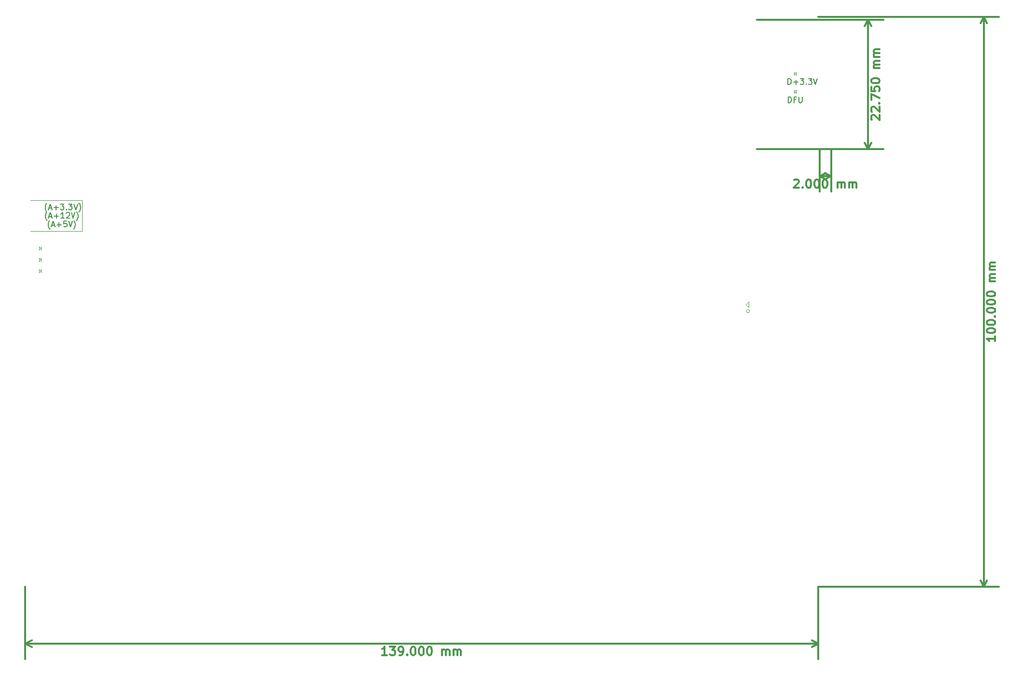
<source format=gbr>
G04 #@! TF.FileFunction,Drawing*
%FSLAX46Y46*%
G04 Gerber Fmt 4.6, Leading zero omitted, Abs format (unit mm)*
G04 Created by KiCad (PCBNEW 4.0.1-stable) date 2018/04/26 15:04:28*
%MOMM*%
G01*
G04 APERTURE LIST*
%ADD10C,0.150000*%
%ADD11C,0.100000*%
%ADD12C,0.300000*%
G04 APERTURE END LIST*
D10*
D11*
X142000000Y-101600000D02*
X142000000Y-96200000D01*
X132900000Y-101600000D02*
X142000000Y-101600000D01*
X132900000Y-96200000D02*
X142000000Y-96200000D01*
D10*
X136304762Y-101233333D02*
X136257142Y-101185714D01*
X136161904Y-101042857D01*
X136114285Y-100947619D01*
X136066666Y-100804762D01*
X136019047Y-100566667D01*
X136019047Y-100376190D01*
X136066666Y-100138095D01*
X136114285Y-99995238D01*
X136161904Y-99900000D01*
X136257142Y-99757143D01*
X136304762Y-99709524D01*
X136638095Y-100566667D02*
X137114286Y-100566667D01*
X136542857Y-100852381D02*
X136876190Y-99852381D01*
X137209524Y-100852381D01*
X137542857Y-100471429D02*
X138304762Y-100471429D01*
X137923810Y-100852381D02*
X137923810Y-100090476D01*
X139257143Y-99852381D02*
X138780952Y-99852381D01*
X138733333Y-100328571D01*
X138780952Y-100280952D01*
X138876190Y-100233333D01*
X139114286Y-100233333D01*
X139209524Y-100280952D01*
X139257143Y-100328571D01*
X139304762Y-100423810D01*
X139304762Y-100661905D01*
X139257143Y-100757143D01*
X139209524Y-100804762D01*
X139114286Y-100852381D01*
X138876190Y-100852381D01*
X138780952Y-100804762D01*
X138733333Y-100757143D01*
X139590476Y-99852381D02*
X139923809Y-100852381D01*
X140257143Y-99852381D01*
X140495238Y-101233333D02*
X140542857Y-101185714D01*
X140638095Y-101042857D01*
X140685714Y-100947619D01*
X140733333Y-100804762D01*
X140780952Y-100566667D01*
X140780952Y-100376190D01*
X140733333Y-100138095D01*
X140685714Y-99995238D01*
X140638095Y-99900000D01*
X140542857Y-99757143D01*
X140495238Y-99709524D01*
X135828572Y-99733333D02*
X135780952Y-99685714D01*
X135685714Y-99542857D01*
X135638095Y-99447619D01*
X135590476Y-99304762D01*
X135542857Y-99066667D01*
X135542857Y-98876190D01*
X135590476Y-98638095D01*
X135638095Y-98495238D01*
X135685714Y-98400000D01*
X135780952Y-98257143D01*
X135828572Y-98209524D01*
X136161905Y-99066667D02*
X136638096Y-99066667D01*
X136066667Y-99352381D02*
X136400000Y-98352381D01*
X136733334Y-99352381D01*
X137066667Y-98971429D02*
X137828572Y-98971429D01*
X137447620Y-99352381D02*
X137447620Y-98590476D01*
X138828572Y-99352381D02*
X138257143Y-99352381D01*
X138542857Y-99352381D02*
X138542857Y-98352381D01*
X138447619Y-98495238D01*
X138352381Y-98590476D01*
X138257143Y-98638095D01*
X139209524Y-98447619D02*
X139257143Y-98400000D01*
X139352381Y-98352381D01*
X139590477Y-98352381D01*
X139685715Y-98400000D01*
X139733334Y-98447619D01*
X139780953Y-98542857D01*
X139780953Y-98638095D01*
X139733334Y-98780952D01*
X139161905Y-99352381D01*
X139780953Y-99352381D01*
X140066667Y-98352381D02*
X140400000Y-99352381D01*
X140733334Y-98352381D01*
X140971429Y-99733333D02*
X141019048Y-99685714D01*
X141114286Y-99542857D01*
X141161905Y-99447619D01*
X141209524Y-99304762D01*
X141257143Y-99066667D01*
X141257143Y-98876190D01*
X141209524Y-98638095D01*
X141161905Y-98495238D01*
X141114286Y-98400000D01*
X141019048Y-98257143D01*
X140971429Y-98209524D01*
X135790477Y-98233333D02*
X135742857Y-98185714D01*
X135647619Y-98042857D01*
X135600000Y-97947619D01*
X135552381Y-97804762D01*
X135504762Y-97566667D01*
X135504762Y-97376190D01*
X135552381Y-97138095D01*
X135600000Y-96995238D01*
X135647619Y-96900000D01*
X135742857Y-96757143D01*
X135790477Y-96709524D01*
X136123810Y-97566667D02*
X136600001Y-97566667D01*
X136028572Y-97852381D02*
X136361905Y-96852381D01*
X136695239Y-97852381D01*
X137028572Y-97471429D02*
X137790477Y-97471429D01*
X137409525Y-97852381D02*
X137409525Y-97090476D01*
X138171429Y-96852381D02*
X138790477Y-96852381D01*
X138457143Y-97233333D01*
X138600001Y-97233333D01*
X138695239Y-97280952D01*
X138742858Y-97328571D01*
X138790477Y-97423810D01*
X138790477Y-97661905D01*
X138742858Y-97757143D01*
X138695239Y-97804762D01*
X138600001Y-97852381D01*
X138314286Y-97852381D01*
X138219048Y-97804762D01*
X138171429Y-97757143D01*
X139219048Y-97757143D02*
X139266667Y-97804762D01*
X139219048Y-97852381D01*
X139171429Y-97804762D01*
X139219048Y-97757143D01*
X139219048Y-97852381D01*
X139600000Y-96852381D02*
X140219048Y-96852381D01*
X139885714Y-97233333D01*
X140028572Y-97233333D01*
X140123810Y-97280952D01*
X140171429Y-97328571D01*
X140219048Y-97423810D01*
X140219048Y-97661905D01*
X140171429Y-97757143D01*
X140123810Y-97804762D01*
X140028572Y-97852381D01*
X139742857Y-97852381D01*
X139647619Y-97804762D01*
X139600000Y-97757143D01*
X140504762Y-96852381D02*
X140838095Y-97852381D01*
X141171429Y-96852381D01*
X141409524Y-98233333D02*
X141457143Y-98185714D01*
X141552381Y-98042857D01*
X141600000Y-97947619D01*
X141647619Y-97804762D01*
X141695238Y-97566667D01*
X141695238Y-97376190D01*
X141647619Y-97138095D01*
X141600000Y-96995238D01*
X141552381Y-96900000D01*
X141457143Y-96757143D01*
X141409524Y-96709524D01*
D12*
X195428573Y-176028571D02*
X194571430Y-176028571D01*
X195000002Y-176028571D02*
X195000002Y-174528571D01*
X194857145Y-174742857D01*
X194714287Y-174885714D01*
X194571430Y-174957143D01*
X195928573Y-174528571D02*
X196857144Y-174528571D01*
X196357144Y-175100000D01*
X196571430Y-175100000D01*
X196714287Y-175171429D01*
X196785716Y-175242857D01*
X196857144Y-175385714D01*
X196857144Y-175742857D01*
X196785716Y-175885714D01*
X196714287Y-175957143D01*
X196571430Y-176028571D01*
X196142858Y-176028571D01*
X196000001Y-175957143D01*
X195928573Y-175885714D01*
X197571429Y-176028571D02*
X197857144Y-176028571D01*
X198000001Y-175957143D01*
X198071429Y-175885714D01*
X198214287Y-175671429D01*
X198285715Y-175385714D01*
X198285715Y-174814286D01*
X198214287Y-174671429D01*
X198142858Y-174600000D01*
X198000001Y-174528571D01*
X197714287Y-174528571D01*
X197571429Y-174600000D01*
X197500001Y-174671429D01*
X197428572Y-174814286D01*
X197428572Y-175171429D01*
X197500001Y-175314286D01*
X197571429Y-175385714D01*
X197714287Y-175457143D01*
X198000001Y-175457143D01*
X198142858Y-175385714D01*
X198214287Y-175314286D01*
X198285715Y-175171429D01*
X198928572Y-175885714D02*
X199000000Y-175957143D01*
X198928572Y-176028571D01*
X198857143Y-175957143D01*
X198928572Y-175885714D01*
X198928572Y-176028571D01*
X199928572Y-174528571D02*
X200071429Y-174528571D01*
X200214286Y-174600000D01*
X200285715Y-174671429D01*
X200357144Y-174814286D01*
X200428572Y-175100000D01*
X200428572Y-175457143D01*
X200357144Y-175742857D01*
X200285715Y-175885714D01*
X200214286Y-175957143D01*
X200071429Y-176028571D01*
X199928572Y-176028571D01*
X199785715Y-175957143D01*
X199714286Y-175885714D01*
X199642858Y-175742857D01*
X199571429Y-175457143D01*
X199571429Y-175100000D01*
X199642858Y-174814286D01*
X199714286Y-174671429D01*
X199785715Y-174600000D01*
X199928572Y-174528571D01*
X201357143Y-174528571D02*
X201500000Y-174528571D01*
X201642857Y-174600000D01*
X201714286Y-174671429D01*
X201785715Y-174814286D01*
X201857143Y-175100000D01*
X201857143Y-175457143D01*
X201785715Y-175742857D01*
X201714286Y-175885714D01*
X201642857Y-175957143D01*
X201500000Y-176028571D01*
X201357143Y-176028571D01*
X201214286Y-175957143D01*
X201142857Y-175885714D01*
X201071429Y-175742857D01*
X201000000Y-175457143D01*
X201000000Y-175100000D01*
X201071429Y-174814286D01*
X201142857Y-174671429D01*
X201214286Y-174600000D01*
X201357143Y-174528571D01*
X202785714Y-174528571D02*
X202928571Y-174528571D01*
X203071428Y-174600000D01*
X203142857Y-174671429D01*
X203214286Y-174814286D01*
X203285714Y-175100000D01*
X203285714Y-175457143D01*
X203214286Y-175742857D01*
X203142857Y-175885714D01*
X203071428Y-175957143D01*
X202928571Y-176028571D01*
X202785714Y-176028571D01*
X202642857Y-175957143D01*
X202571428Y-175885714D01*
X202500000Y-175742857D01*
X202428571Y-175457143D01*
X202428571Y-175100000D01*
X202500000Y-174814286D01*
X202571428Y-174671429D01*
X202642857Y-174600000D01*
X202785714Y-174528571D01*
X205071428Y-176028571D02*
X205071428Y-175028571D01*
X205071428Y-175171429D02*
X205142856Y-175100000D01*
X205285714Y-175028571D01*
X205499999Y-175028571D01*
X205642856Y-175100000D01*
X205714285Y-175242857D01*
X205714285Y-176028571D01*
X205714285Y-175242857D02*
X205785714Y-175100000D01*
X205928571Y-175028571D01*
X206142856Y-175028571D01*
X206285714Y-175100000D01*
X206357142Y-175242857D01*
X206357142Y-176028571D01*
X207071428Y-176028571D02*
X207071428Y-175028571D01*
X207071428Y-175171429D02*
X207142856Y-175100000D01*
X207285714Y-175028571D01*
X207499999Y-175028571D01*
X207642856Y-175100000D01*
X207714285Y-175242857D01*
X207714285Y-176028571D01*
X207714285Y-175242857D02*
X207785714Y-175100000D01*
X207928571Y-175028571D01*
X208142856Y-175028571D01*
X208285714Y-175100000D01*
X208357142Y-175242857D01*
X208357142Y-176028571D01*
X271000000Y-174000000D02*
X132000000Y-174000000D01*
X271000000Y-164000000D02*
X271000000Y-176700000D01*
X132000000Y-164000000D02*
X132000000Y-176700000D01*
X132000000Y-174000000D02*
X133126504Y-173413579D01*
X132000000Y-174000000D02*
X133126504Y-174586421D01*
X271000000Y-174000000D02*
X269873496Y-173413579D01*
X271000000Y-174000000D02*
X269873496Y-174586421D01*
X302028571Y-120071427D02*
X302028571Y-120928570D01*
X302028571Y-120499998D02*
X300528571Y-120499998D01*
X300742857Y-120642855D01*
X300885714Y-120785713D01*
X300957143Y-120928570D01*
X300528571Y-119142856D02*
X300528571Y-118999999D01*
X300600000Y-118857142D01*
X300671429Y-118785713D01*
X300814286Y-118714284D01*
X301100000Y-118642856D01*
X301457143Y-118642856D01*
X301742857Y-118714284D01*
X301885714Y-118785713D01*
X301957143Y-118857142D01*
X302028571Y-118999999D01*
X302028571Y-119142856D01*
X301957143Y-119285713D01*
X301885714Y-119357142D01*
X301742857Y-119428570D01*
X301457143Y-119499999D01*
X301100000Y-119499999D01*
X300814286Y-119428570D01*
X300671429Y-119357142D01*
X300600000Y-119285713D01*
X300528571Y-119142856D01*
X300528571Y-117714285D02*
X300528571Y-117571428D01*
X300600000Y-117428571D01*
X300671429Y-117357142D01*
X300814286Y-117285713D01*
X301100000Y-117214285D01*
X301457143Y-117214285D01*
X301742857Y-117285713D01*
X301885714Y-117357142D01*
X301957143Y-117428571D01*
X302028571Y-117571428D01*
X302028571Y-117714285D01*
X301957143Y-117857142D01*
X301885714Y-117928571D01*
X301742857Y-117999999D01*
X301457143Y-118071428D01*
X301100000Y-118071428D01*
X300814286Y-117999999D01*
X300671429Y-117928571D01*
X300600000Y-117857142D01*
X300528571Y-117714285D01*
X301885714Y-116571428D02*
X301957143Y-116500000D01*
X302028571Y-116571428D01*
X301957143Y-116642857D01*
X301885714Y-116571428D01*
X302028571Y-116571428D01*
X300528571Y-115571428D02*
X300528571Y-115428571D01*
X300600000Y-115285714D01*
X300671429Y-115214285D01*
X300814286Y-115142856D01*
X301100000Y-115071428D01*
X301457143Y-115071428D01*
X301742857Y-115142856D01*
X301885714Y-115214285D01*
X301957143Y-115285714D01*
X302028571Y-115428571D01*
X302028571Y-115571428D01*
X301957143Y-115714285D01*
X301885714Y-115785714D01*
X301742857Y-115857142D01*
X301457143Y-115928571D01*
X301100000Y-115928571D01*
X300814286Y-115857142D01*
X300671429Y-115785714D01*
X300600000Y-115714285D01*
X300528571Y-115571428D01*
X300528571Y-114142857D02*
X300528571Y-114000000D01*
X300600000Y-113857143D01*
X300671429Y-113785714D01*
X300814286Y-113714285D01*
X301100000Y-113642857D01*
X301457143Y-113642857D01*
X301742857Y-113714285D01*
X301885714Y-113785714D01*
X301957143Y-113857143D01*
X302028571Y-114000000D01*
X302028571Y-114142857D01*
X301957143Y-114285714D01*
X301885714Y-114357143D01*
X301742857Y-114428571D01*
X301457143Y-114500000D01*
X301100000Y-114500000D01*
X300814286Y-114428571D01*
X300671429Y-114357143D01*
X300600000Y-114285714D01*
X300528571Y-114142857D01*
X300528571Y-112714286D02*
X300528571Y-112571429D01*
X300600000Y-112428572D01*
X300671429Y-112357143D01*
X300814286Y-112285714D01*
X301100000Y-112214286D01*
X301457143Y-112214286D01*
X301742857Y-112285714D01*
X301885714Y-112357143D01*
X301957143Y-112428572D01*
X302028571Y-112571429D01*
X302028571Y-112714286D01*
X301957143Y-112857143D01*
X301885714Y-112928572D01*
X301742857Y-113000000D01*
X301457143Y-113071429D01*
X301100000Y-113071429D01*
X300814286Y-113000000D01*
X300671429Y-112928572D01*
X300600000Y-112857143D01*
X300528571Y-112714286D01*
X302028571Y-110428572D02*
X301028571Y-110428572D01*
X301171429Y-110428572D02*
X301100000Y-110357144D01*
X301028571Y-110214286D01*
X301028571Y-110000001D01*
X301100000Y-109857144D01*
X301242857Y-109785715D01*
X302028571Y-109785715D01*
X301242857Y-109785715D02*
X301100000Y-109714286D01*
X301028571Y-109571429D01*
X301028571Y-109357144D01*
X301100000Y-109214286D01*
X301242857Y-109142858D01*
X302028571Y-109142858D01*
X302028571Y-108428572D02*
X301028571Y-108428572D01*
X301171429Y-108428572D02*
X301100000Y-108357144D01*
X301028571Y-108214286D01*
X301028571Y-108000001D01*
X301100000Y-107857144D01*
X301242857Y-107785715D01*
X302028571Y-107785715D01*
X301242857Y-107785715D02*
X301100000Y-107714286D01*
X301028571Y-107571429D01*
X301028571Y-107357144D01*
X301100000Y-107214286D01*
X301242857Y-107142858D01*
X302028571Y-107142858D01*
X300000000Y-164000000D02*
X300000000Y-64000000D01*
X271000000Y-164000000D02*
X302700000Y-164000000D01*
X271000000Y-64000000D02*
X302700000Y-64000000D01*
X300000000Y-64000000D02*
X300586421Y-65126504D01*
X300000000Y-64000000D02*
X299413579Y-65126504D01*
X300000000Y-164000000D02*
X300586421Y-162873496D01*
X300000000Y-164000000D02*
X299413579Y-162873496D01*
D11*
X258800000Y-115000000D02*
X258300000Y-114500000D01*
X258800000Y-114000000D02*
X258800000Y-115000000D01*
X258300000Y-114500000D02*
X258800000Y-114000000D01*
X258982843Y-115650000D02*
G75*
G03X258982843Y-115650000I-282843J0D01*
G01*
X266725000Y-77425000D02*
X266725000Y-76825000D01*
X267075000Y-77425000D02*
X267075000Y-77375000D01*
X266775000Y-77125000D02*
X267075000Y-77425000D01*
X266825000Y-77075000D02*
X266775000Y-77125000D01*
X267075000Y-76825000D02*
X266825000Y-77075000D01*
X267075000Y-77375000D02*
X267075000Y-76825000D01*
X267125000Y-74225000D02*
X267125000Y-73675000D01*
X267125000Y-73675000D02*
X266875000Y-73925000D01*
X266875000Y-73925000D02*
X266825000Y-73975000D01*
X266825000Y-73975000D02*
X267125000Y-74275000D01*
X267125000Y-74275000D02*
X267125000Y-74225000D01*
X266775000Y-74275000D02*
X266775000Y-73675000D01*
X134800000Y-108300000D02*
X134800000Y-108900000D01*
X134450000Y-108300000D02*
X134450000Y-108350000D01*
X134750000Y-108600000D02*
X134450000Y-108300000D01*
X134700000Y-108650000D02*
X134750000Y-108600000D01*
X134450000Y-108900000D02*
X134700000Y-108650000D01*
X134450000Y-108350000D02*
X134450000Y-108900000D01*
X134450000Y-106400000D02*
X134450000Y-106950000D01*
X134450000Y-106950000D02*
X134700000Y-106700000D01*
X134700000Y-106700000D02*
X134750000Y-106650000D01*
X134750000Y-106650000D02*
X134450000Y-106350000D01*
X134450000Y-106350000D02*
X134450000Y-106400000D01*
X134800000Y-106350000D02*
X134800000Y-106950000D01*
X134800000Y-104350000D02*
X134800000Y-104950000D01*
X134450000Y-104350000D02*
X134450000Y-104400000D01*
X134750000Y-104650000D02*
X134450000Y-104350000D01*
X134700000Y-104700000D02*
X134750000Y-104650000D01*
X134450000Y-104950000D02*
X134700000Y-104700000D01*
X134450000Y-104400000D02*
X134450000Y-104950000D01*
D10*
X265700000Y-75852381D02*
X265700000Y-74852381D01*
X265938095Y-74852381D01*
X266080953Y-74900000D01*
X266176191Y-74995238D01*
X266223810Y-75090476D01*
X266271429Y-75280952D01*
X266271429Y-75423810D01*
X266223810Y-75614286D01*
X266176191Y-75709524D01*
X266080953Y-75804762D01*
X265938095Y-75852381D01*
X265700000Y-75852381D01*
X266700000Y-75471429D02*
X267461905Y-75471429D01*
X267080953Y-75852381D02*
X267080953Y-75090476D01*
X267842857Y-74852381D02*
X268461905Y-74852381D01*
X268128571Y-75233333D01*
X268271429Y-75233333D01*
X268366667Y-75280952D01*
X268414286Y-75328571D01*
X268461905Y-75423810D01*
X268461905Y-75661905D01*
X268414286Y-75757143D01*
X268366667Y-75804762D01*
X268271429Y-75852381D01*
X267985714Y-75852381D01*
X267890476Y-75804762D01*
X267842857Y-75757143D01*
X268890476Y-75757143D02*
X268938095Y-75804762D01*
X268890476Y-75852381D01*
X268842857Y-75804762D01*
X268890476Y-75757143D01*
X268890476Y-75852381D01*
X269271428Y-74852381D02*
X269890476Y-74852381D01*
X269557142Y-75233333D01*
X269700000Y-75233333D01*
X269795238Y-75280952D01*
X269842857Y-75328571D01*
X269890476Y-75423810D01*
X269890476Y-75661905D01*
X269842857Y-75757143D01*
X269795238Y-75804762D01*
X269700000Y-75852381D01*
X269414285Y-75852381D01*
X269319047Y-75804762D01*
X269271428Y-75757143D01*
X270176190Y-74852381D02*
X270509523Y-75852381D01*
X270842857Y-74852381D01*
X265735714Y-79052381D02*
X265735714Y-78052381D01*
X265973809Y-78052381D01*
X266116667Y-78100000D01*
X266211905Y-78195238D01*
X266259524Y-78290476D01*
X266307143Y-78480952D01*
X266307143Y-78623810D01*
X266259524Y-78814286D01*
X266211905Y-78909524D01*
X266116667Y-79004762D01*
X265973809Y-79052381D01*
X265735714Y-79052381D01*
X267069048Y-78528571D02*
X266735714Y-78528571D01*
X266735714Y-79052381D02*
X266735714Y-78052381D01*
X267211905Y-78052381D01*
X267592857Y-78052381D02*
X267592857Y-78861905D01*
X267640476Y-78957143D01*
X267688095Y-79004762D01*
X267783333Y-79052381D01*
X267973810Y-79052381D01*
X268069048Y-79004762D01*
X268116667Y-78957143D01*
X268164286Y-78861905D01*
X268164286Y-78052381D01*
D12*
X266750001Y-92671429D02*
X266821430Y-92600000D01*
X266964287Y-92528571D01*
X267321430Y-92528571D01*
X267464287Y-92600000D01*
X267535716Y-92671429D01*
X267607144Y-92814286D01*
X267607144Y-92957143D01*
X267535716Y-93171429D01*
X266678573Y-94028571D01*
X267607144Y-94028571D01*
X268250001Y-93885714D02*
X268321429Y-93957143D01*
X268250001Y-94028571D01*
X268178572Y-93957143D01*
X268250001Y-93885714D01*
X268250001Y-94028571D01*
X269250001Y-92528571D02*
X269392858Y-92528571D01*
X269535715Y-92600000D01*
X269607144Y-92671429D01*
X269678573Y-92814286D01*
X269750001Y-93100000D01*
X269750001Y-93457143D01*
X269678573Y-93742857D01*
X269607144Y-93885714D01*
X269535715Y-93957143D01*
X269392858Y-94028571D01*
X269250001Y-94028571D01*
X269107144Y-93957143D01*
X269035715Y-93885714D01*
X268964287Y-93742857D01*
X268892858Y-93457143D01*
X268892858Y-93100000D01*
X268964287Y-92814286D01*
X269035715Y-92671429D01*
X269107144Y-92600000D01*
X269250001Y-92528571D01*
X270678572Y-92528571D02*
X270821429Y-92528571D01*
X270964286Y-92600000D01*
X271035715Y-92671429D01*
X271107144Y-92814286D01*
X271178572Y-93100000D01*
X271178572Y-93457143D01*
X271107144Y-93742857D01*
X271035715Y-93885714D01*
X270964286Y-93957143D01*
X270821429Y-94028571D01*
X270678572Y-94028571D01*
X270535715Y-93957143D01*
X270464286Y-93885714D01*
X270392858Y-93742857D01*
X270321429Y-93457143D01*
X270321429Y-93100000D01*
X270392858Y-92814286D01*
X270464286Y-92671429D01*
X270535715Y-92600000D01*
X270678572Y-92528571D01*
X272107143Y-92528571D02*
X272250000Y-92528571D01*
X272392857Y-92600000D01*
X272464286Y-92671429D01*
X272535715Y-92814286D01*
X272607143Y-93100000D01*
X272607143Y-93457143D01*
X272535715Y-93742857D01*
X272464286Y-93885714D01*
X272392857Y-93957143D01*
X272250000Y-94028571D01*
X272107143Y-94028571D01*
X271964286Y-93957143D01*
X271892857Y-93885714D01*
X271821429Y-93742857D01*
X271750000Y-93457143D01*
X271750000Y-93100000D01*
X271821429Y-92814286D01*
X271892857Y-92671429D01*
X271964286Y-92600000D01*
X272107143Y-92528571D01*
X274392857Y-94028571D02*
X274392857Y-93028571D01*
X274392857Y-93171429D02*
X274464285Y-93100000D01*
X274607143Y-93028571D01*
X274821428Y-93028571D01*
X274964285Y-93100000D01*
X275035714Y-93242857D01*
X275035714Y-94028571D01*
X275035714Y-93242857D02*
X275107143Y-93100000D01*
X275250000Y-93028571D01*
X275464285Y-93028571D01*
X275607143Y-93100000D01*
X275678571Y-93242857D01*
X275678571Y-94028571D01*
X276392857Y-94028571D02*
X276392857Y-93028571D01*
X276392857Y-93171429D02*
X276464285Y-93100000D01*
X276607143Y-93028571D01*
X276821428Y-93028571D01*
X276964285Y-93100000D01*
X277035714Y-93242857D01*
X277035714Y-94028571D01*
X277035714Y-93242857D02*
X277107143Y-93100000D01*
X277250000Y-93028571D01*
X277464285Y-93028571D01*
X277607143Y-93100000D01*
X277678571Y-93242857D01*
X277678571Y-94028571D01*
X271250000Y-92000000D02*
X273250000Y-92000000D01*
X271250000Y-87250000D02*
X271250000Y-94700000D01*
X273250000Y-87250000D02*
X273250000Y-94700000D01*
X273250000Y-92000000D02*
X272123496Y-92586421D01*
X273250000Y-92000000D02*
X272123496Y-91413579D01*
X271250000Y-92000000D02*
X272376504Y-92586421D01*
X271250000Y-92000000D02*
X272376504Y-91413579D01*
X280421429Y-82089285D02*
X280350000Y-82017856D01*
X280278571Y-81874999D01*
X280278571Y-81517856D01*
X280350000Y-81374999D01*
X280421429Y-81303570D01*
X280564286Y-81232142D01*
X280707143Y-81232142D01*
X280921429Y-81303570D01*
X281778571Y-82160713D01*
X281778571Y-81232142D01*
X280421429Y-80660714D02*
X280350000Y-80589285D01*
X280278571Y-80446428D01*
X280278571Y-80089285D01*
X280350000Y-79946428D01*
X280421429Y-79874999D01*
X280564286Y-79803571D01*
X280707143Y-79803571D01*
X280921429Y-79874999D01*
X281778571Y-80732142D01*
X281778571Y-79803571D01*
X281635714Y-79160714D02*
X281707143Y-79089286D01*
X281778571Y-79160714D01*
X281707143Y-79232143D01*
X281635714Y-79160714D01*
X281778571Y-79160714D01*
X280278571Y-78589285D02*
X280278571Y-77589285D01*
X281778571Y-78232142D01*
X280278571Y-76303571D02*
X280278571Y-77017857D01*
X280992857Y-77089286D01*
X280921429Y-77017857D01*
X280850000Y-76875000D01*
X280850000Y-76517857D01*
X280921429Y-76375000D01*
X280992857Y-76303571D01*
X281135714Y-76232143D01*
X281492857Y-76232143D01*
X281635714Y-76303571D01*
X281707143Y-76375000D01*
X281778571Y-76517857D01*
X281778571Y-76875000D01*
X281707143Y-77017857D01*
X281635714Y-77089286D01*
X280278571Y-75303572D02*
X280278571Y-75160715D01*
X280350000Y-75017858D01*
X280421429Y-74946429D01*
X280564286Y-74875000D01*
X280850000Y-74803572D01*
X281207143Y-74803572D01*
X281492857Y-74875000D01*
X281635714Y-74946429D01*
X281707143Y-75017858D01*
X281778571Y-75160715D01*
X281778571Y-75303572D01*
X281707143Y-75446429D01*
X281635714Y-75517858D01*
X281492857Y-75589286D01*
X281207143Y-75660715D01*
X280850000Y-75660715D01*
X280564286Y-75589286D01*
X280421429Y-75517858D01*
X280350000Y-75446429D01*
X280278571Y-75303572D01*
X281778571Y-73017858D02*
X280778571Y-73017858D01*
X280921429Y-73017858D02*
X280850000Y-72946430D01*
X280778571Y-72803572D01*
X280778571Y-72589287D01*
X280850000Y-72446430D01*
X280992857Y-72375001D01*
X281778571Y-72375001D01*
X280992857Y-72375001D02*
X280850000Y-72303572D01*
X280778571Y-72160715D01*
X280778571Y-71946430D01*
X280850000Y-71803572D01*
X280992857Y-71732144D01*
X281778571Y-71732144D01*
X281778571Y-71017858D02*
X280778571Y-71017858D01*
X280921429Y-71017858D02*
X280850000Y-70946430D01*
X280778571Y-70803572D01*
X280778571Y-70589287D01*
X280850000Y-70446430D01*
X280992857Y-70375001D01*
X281778571Y-70375001D01*
X280992857Y-70375001D02*
X280850000Y-70303572D01*
X280778571Y-70160715D01*
X280778571Y-69946430D01*
X280850000Y-69803572D01*
X280992857Y-69732144D01*
X281778571Y-69732144D01*
X279750000Y-87250000D02*
X279750000Y-64500000D01*
X260250000Y-87250000D02*
X282450000Y-87250000D01*
X260250000Y-64500000D02*
X282450000Y-64500000D01*
X279750000Y-64500000D02*
X280336421Y-65626504D01*
X279750000Y-64500000D02*
X279163579Y-65626504D01*
X279750000Y-87250000D02*
X280336421Y-86123496D01*
X279750000Y-87250000D02*
X279163579Y-86123496D01*
M02*

</source>
